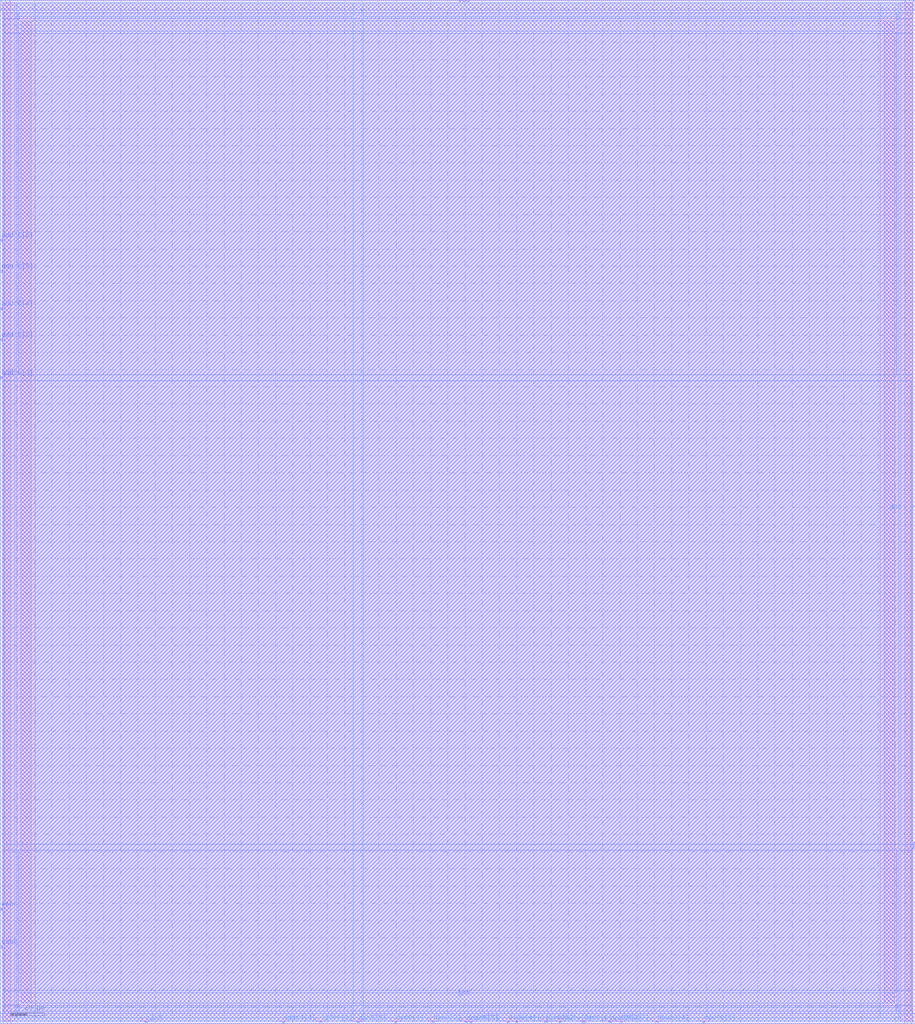
<source format=lef>
VERSION 5.4 ;
NAMESCASESENSITIVE ON ;
BUSBITCHARS "[]" ;
DIVIDERCHAR "/" ;
UNITS
  DATABASE MICRONS 2000 ;
END UNITS
MACRO scn4m_subm-spice-710-128x8
   CLASS BLOCK ;
   SIZE 531.5 BY 594.6 ;
   SYMMETRY X Y R90 ;
   PIN din0[0]
      DIRECTION INPUT ;
      PORT
         LAYER metal4 ;
         RECT  207.4 0.0 208.6 1.2 ;
      END
   END din0[0]
   PIN din0[1]
      DIRECTION INPUT ;
      PORT
         LAYER metal4 ;
         RECT  229.2 0.0 230.4 1.2 ;
      END
   END din0[1]
   PIN din0[2]
      DIRECTION INPUT ;
      PORT
         LAYER metal4 ;
         RECT  251.0 0.0 252.2 1.2 ;
      END
   END din0[2]
   PIN din0[3]
      DIRECTION INPUT ;
      PORT
         LAYER metal4 ;
         RECT  272.8 0.0 274.0 1.2 ;
      END
   END din0[3]
   PIN din0[4]
      DIRECTION INPUT ;
      PORT
         LAYER metal4 ;
         RECT  294.6 0.0 295.8 1.2 ;
      END
   END din0[4]
   PIN din0[5]
      DIRECTION INPUT ;
      PORT
         LAYER metal4 ;
         RECT  316.4 0.0 317.6 1.2 ;
      END
   END din0[5]
   PIN din0[6]
      DIRECTION INPUT ;
      PORT
         LAYER metal4 ;
         RECT  338.2 0.0 339.4 1.2 ;
      END
   END din0[6]
   PIN din0[7]
      DIRECTION INPUT ;
      PORT
         LAYER metal4 ;
         RECT  360.0 0.0 361.2 1.2 ;
      END
   END din0[7]
   PIN addr0[0]
      DIRECTION INPUT ;
      PORT
         LAYER metal4 ;
         RECT  163.8 0.0 165.0 1.2 ;
      END
   END addr0[0]
   PIN addr0[1]
      DIRECTION INPUT ;
      PORT
         LAYER metal4 ;
         RECT  185.6 0.0 186.8 1.2 ;
      END
   END addr0[1]
   PIN addr0[2]
      DIRECTION INPUT ;
      PORT
         LAYER metal3 ;
         RECT  0.0 374.6 1.2 375.8 ;
      END
   END addr0[2]
   PIN addr0[3]
      DIRECTION INPUT ;
      PORT
         LAYER metal3 ;
         RECT  0.0 396.6 1.2 397.8 ;
      END
   END addr0[3]
   PIN addr0[4]
      DIRECTION INPUT ;
      PORT
         LAYER metal3 ;
         RECT  0.0 414.6 1.2 415.8 ;
      END
   END addr0[4]
   PIN addr0[5]
      DIRECTION INPUT ;
      PORT
         LAYER metal3 ;
         RECT  0.0 436.6 1.2 437.8 ;
      END
   END addr0[5]
   PIN addr0[6]
      DIRECTION INPUT ;
      PORT
         LAYER metal3 ;
         RECT  0.0 454.6 1.2 455.8 ;
      END
   END addr0[6]
   PIN csb0
      DIRECTION INPUT ;
      PORT
         LAYER metal3 ;
         RECT  0.0 44.0 1.2 45.2 ;
      END
   END csb0
   PIN web0
      DIRECTION INPUT ;
      PORT
         LAYER metal3 ;
         RECT  0.0 66.0 1.2 67.2 ;
      END
   END web0
   PIN clk0
      DIRECTION INPUT ;
      PORT
         LAYER metal4 ;
         RECT  84.2 0.0 85.4 1.2 ;
      END
   END clk0
   PIN dout0[0]
      DIRECTION OUTPUT ;
      PORT
         LAYER metal4 ;
         RECT  270.2 0.0 271.4 1.2 ;
      END
   END dout0[0]
   PIN dout0[1]
      DIRECTION OUTPUT ;
      PORT
         LAYER metal4 ;
         RECT  299.3 0.0 300.5 1.2 ;
      END
   END dout0[1]
   PIN dout0[2]
      DIRECTION OUTPUT ;
      PORT
         LAYER metal4 ;
         RECT  324.7 0.0 325.9 1.2 ;
      END
   END dout0[2]
   PIN dout0[3]
      DIRECTION OUTPUT ;
      PORT
         LAYER metal4 ;
         RECT  353.7 0.0 354.9 1.2 ;
      END
   END dout0[3]
   PIN dout0[4]
      DIRECTION OUTPUT ;
      PORT
         LAYER metal4 ;
         RECT  380.9 0.0 382.1 1.2 ;
      END
   END dout0[4]
   PIN dout0[5]
      DIRECTION OUTPUT ;
      PORT
         LAYER metal4 ;
         RECT  408.1 0.0 409.3 1.2 ;
      END
   END dout0[5]
   PIN dout0[6]
      DIRECTION OUTPUT ;
      PORT
         LAYER metal3 ;
         RECT  530.3 102.0 531.5 103.2 ;
      END
   END dout0[6]
   PIN dout0[7]
      DIRECTION OUTPUT ;
      PORT
         LAYER metal3 ;
         RECT  530.3 104.0 531.5 105.2 ;
      END
   END dout0[7]
   PIN vdd
      DIRECTION INOUT ;
      USE POWER ; 
      SHAPE ABUTMENT ; 
      PORT
         LAYER metal3 ;
         RECT  0.0 0.0 531.5 6.0 ;
         LAYER metal3 ;
         RECT  0.0 588.6 531.5 594.6 ;
         LAYER metal4 ;
         RECT  0.0 0.0 6.0 594.6 ;
         LAYER metal4 ;
         RECT  525.5 0.0 531.5 594.6 ;
      END
   END vdd
   PIN gnd
      DIRECTION INOUT ;
      USE GROUND ; 
      SHAPE ABUTMENT ; 
      PORT
         LAYER metal3 ;
         RECT  12.0 576.6 519.5 582.6 ;
         LAYER metal4 ;
         RECT  12.0 12.0 18.0 582.6 ;
         LAYER metal3 ;
         RECT  12.0 12.0 519.5 18.0 ;
         LAYER metal4 ;
         RECT  513.5 12.0 519.5 582.6 ;
      END
   END gnd
   OBS
   LAYER  metal1 ;
      RECT  1.4 1.4 530.1 593.2 ;
   LAYER  metal2 ;
      RECT  1.4 1.4 530.1 593.2 ;
   LAYER  metal3 ;
      RECT  2.4 373.4 530.1 377.0 ;
      RECT  1.4 377.0 2.4 395.4 ;
      RECT  1.4 399.0 2.4 413.4 ;
      RECT  1.4 417.0 2.4 435.4 ;
      RECT  1.4 439.0 2.4 453.4 ;
      RECT  1.4 46.4 2.4 64.8 ;
      RECT  1.4 68.4 2.4 373.4 ;
      RECT  2.4 100.8 529.1 104.4 ;
      RECT  2.4 104.4 529.1 373.4 ;
      RECT  529.1 106.4 530.1 373.4 ;
      RECT  1.4 7.2 2.4 42.8 ;
      RECT  529.1 7.2 530.1 100.8 ;
      RECT  1.4 457.0 2.4 587.4 ;
      RECT  2.4 377.0 10.8 575.4 ;
      RECT  2.4 575.4 10.8 583.8 ;
      RECT  2.4 583.8 10.8 587.4 ;
      RECT  10.8 377.0 520.7 575.4 ;
      RECT  10.8 583.8 520.7 587.4 ;
      RECT  520.7 377.0 530.1 575.4 ;
      RECT  520.7 575.4 530.1 583.8 ;
      RECT  520.7 583.8 530.1 587.4 ;
      RECT  2.4 7.2 10.8 10.8 ;
      RECT  2.4 10.8 10.8 19.2 ;
      RECT  2.4 19.2 10.8 100.8 ;
      RECT  10.8 7.2 520.7 10.8 ;
      RECT  10.8 19.2 520.7 100.8 ;
      RECT  520.7 7.2 529.1 10.8 ;
      RECT  520.7 10.8 529.1 19.2 ;
      RECT  520.7 19.2 529.1 100.8 ;
   LAYER  metal4 ;
      RECT  205.0 3.6 211.0 593.2 ;
      RECT  211.0 1.4 226.8 3.6 ;
      RECT  232.8 1.4 248.6 3.6 ;
      RECT  276.4 1.4 292.2 3.6 ;
      RECT  167.4 1.4 183.2 3.6 ;
      RECT  189.2 1.4 205.0 3.6 ;
      RECT  87.8 1.4 161.4 3.6 ;
      RECT  254.6 1.4 267.8 3.6 ;
      RECT  302.9 1.4 314.0 3.6 ;
      RECT  320.0 1.4 322.3 3.6 ;
      RECT  328.3 1.4 335.8 3.6 ;
      RECT  341.8 1.4 351.3 3.6 ;
      RECT  357.3 1.4 357.6 3.6 ;
      RECT  363.6 1.4 378.5 3.6 ;
      RECT  384.5 1.4 405.7 3.6 ;
      RECT  8.4 1.4 81.8 3.6 ;
      RECT  411.7 1.4 523.1 3.6 ;
      RECT  8.4 3.6 9.6 9.6 ;
      RECT  8.4 9.6 9.6 585.0 ;
      RECT  8.4 585.0 9.6 593.2 ;
      RECT  9.6 3.6 20.4 9.6 ;
      RECT  9.6 585.0 20.4 593.2 ;
      RECT  20.4 3.6 205.0 9.6 ;
      RECT  20.4 9.6 205.0 585.0 ;
      RECT  20.4 585.0 205.0 593.2 ;
      RECT  211.0 3.6 511.1 9.6 ;
      RECT  211.0 9.6 511.1 585.0 ;
      RECT  211.0 585.0 511.1 593.2 ;
      RECT  511.1 3.6 521.9 9.6 ;
      RECT  511.1 585.0 521.9 593.2 ;
      RECT  521.9 3.6 523.1 9.6 ;
      RECT  521.9 9.6 523.1 585.0 ;
      RECT  521.9 585.0 523.1 593.2 ;
   END
END    scn4m_subm-spice-710-128x8
END    LIBRARY

</source>
